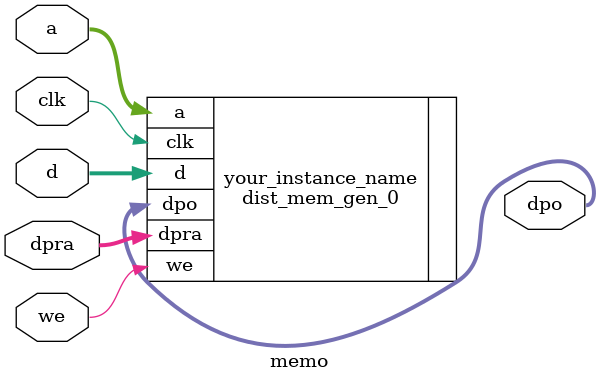
<source format=v>
module memo(a,d,dpra,clk,we,dpo);

input [9:0] a,dpra;
input clk,we;
output [31:0] dpo;
input [31:0] d; 
     
    dist_mem_gen_0 your_instance_name (
  .a(a),        // input wire [8 : 0] a
  .d(d),        // input wire [31 : 0] d
  .dpra(dpra),  // input wire [8 : 0] dpra
  .clk(clk),    // input wire clk
  .we(we),      // input wire we
  .dpo(dpo)    // output wire [31 : 0] dpo
);
endmodule
</source>
